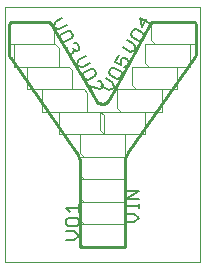
<source format=gto>
G75*
%MOIN*%
%OFA0B0*%
%FSLAX24Y24*%
%IPPOS*%
%LPD*%
%AMOC8*
5,1,8,0,0,1.08239X$1,22.5*
%
%ADD10C,0.0000*%
%ADD11C,0.0100*%
%ADD12C,0.0040*%
%ADD13C,0.0080*%
D10*
X002392Y002517D02*
X002392Y011017D01*
X008892Y011017D01*
X008892Y002517D01*
X002392Y002517D01*
D11*
X004892Y003017D02*
X004892Y005815D01*
X004776Y006182D02*
X002589Y009289D01*
X002517Y009517D02*
X002517Y010340D01*
X002516Y010340D02*
X002518Y010365D01*
X002523Y010390D01*
X002532Y010414D01*
X002544Y010436D01*
X002559Y010456D01*
X002577Y010474D01*
X002597Y010489D01*
X002619Y010501D01*
X002643Y010510D01*
X002668Y010515D01*
X002693Y010517D01*
X003790Y010517D01*
X003943Y010429D02*
X005418Y007901D01*
X005435Y007875D01*
X005456Y007852D01*
X005479Y007831D01*
X005504Y007813D01*
X005532Y007799D01*
X005561Y007788D01*
X005591Y007781D01*
X005622Y007777D01*
X005654Y007778D01*
X005684Y007782D01*
X005714Y007790D01*
X005743Y007802D01*
X005770Y007817D01*
X005795Y007836D01*
X005818Y007857D01*
X005837Y007882D01*
X005854Y007908D01*
X005853Y007908D02*
X007217Y010424D01*
X007216Y010424D02*
X007229Y010444D01*
X007244Y010463D01*
X007262Y010479D01*
X007281Y010492D01*
X007303Y010503D01*
X007325Y010511D01*
X007348Y010515D01*
X007372Y010517D01*
X008642Y010517D01*
X008662Y010515D01*
X008681Y010511D01*
X008699Y010503D01*
X008715Y010493D01*
X008730Y010480D01*
X008743Y010465D01*
X008753Y010449D01*
X008761Y010431D01*
X008765Y010412D01*
X008767Y010392D01*
X008767Y009510D01*
X008698Y009295D02*
X006508Y006182D01*
X006392Y005815D02*
X006392Y003017D01*
X004892Y003017D01*
X004891Y005815D02*
X004889Y005864D01*
X004884Y005912D01*
X004874Y005960D01*
X004861Y006007D01*
X004845Y006053D01*
X004825Y006098D01*
X004801Y006141D01*
X004775Y006182D01*
X006392Y005815D02*
X006394Y005864D01*
X006399Y005912D01*
X006409Y005960D01*
X006422Y006007D01*
X006438Y006053D01*
X006458Y006098D01*
X006482Y006141D01*
X006508Y006182D01*
X008699Y009294D02*
X008719Y009327D01*
X008736Y009361D01*
X008750Y009397D01*
X008759Y009434D01*
X008765Y009472D01*
X008767Y009510D01*
X003943Y010429D02*
X003928Y010451D01*
X003910Y010470D01*
X003889Y010486D01*
X003866Y010500D01*
X003842Y010509D01*
X003816Y010515D01*
X003790Y010517D01*
X002517Y009517D02*
X002519Y009482D01*
X002523Y009448D01*
X002531Y009414D01*
X002541Y009381D01*
X002554Y009349D01*
X002570Y009319D01*
X002589Y009290D01*
D12*
X002704Y009017D02*
X002704Y009767D01*
X004079Y009767D01*
X004204Y009642D01*
X004204Y009017D01*
X002704Y009017D01*
X003142Y009017D02*
X004517Y009017D01*
X004642Y008892D01*
X004642Y008267D01*
X003142Y008267D01*
X003142Y009017D01*
X003642Y008267D02*
X005017Y008267D01*
X005142Y008142D01*
X005142Y007517D01*
X003642Y007517D01*
X003642Y008267D01*
X004204Y007517D02*
X005579Y007517D01*
X007079Y007517D01*
X007079Y006767D01*
X005704Y006767D01*
X005579Y006892D01*
X005579Y007517D01*
X005704Y007392D01*
X005704Y006767D01*
X004204Y006767D01*
X004204Y007517D01*
X004892Y006767D02*
X006392Y006767D01*
X006392Y006017D01*
X006392Y005267D01*
X005017Y005267D01*
X004892Y005392D01*
X004892Y006017D01*
X006392Y006017D01*
X005017Y006017D01*
X004892Y006142D01*
X004892Y006767D01*
X006142Y007642D02*
X006267Y007517D01*
X007642Y007517D01*
X007642Y008267D01*
X006142Y008267D01*
X006142Y007642D01*
X006767Y008267D02*
X006642Y008392D01*
X006642Y009017D01*
X008142Y009017D01*
X008142Y008267D01*
X006767Y008267D01*
X007204Y009017D02*
X007079Y009142D01*
X007079Y009767D01*
X008579Y009767D01*
X008579Y009017D01*
X007204Y009017D01*
X007392Y009767D02*
X007267Y009892D01*
X007267Y010517D01*
X008767Y010517D01*
X008767Y009767D01*
X007392Y009767D01*
X004017Y009767D02*
X002517Y009767D01*
X002517Y010517D01*
X003892Y010517D01*
X004017Y010392D01*
X004017Y009767D01*
X004892Y005267D02*
X006392Y005267D01*
X006392Y004517D01*
X006392Y003767D01*
X006392Y003017D01*
X005017Y003017D01*
X004892Y003142D01*
X004892Y003767D01*
X006392Y003767D01*
X005017Y003767D01*
X004892Y003892D01*
X004892Y004517D01*
X006392Y004517D01*
X005017Y004517D01*
X004892Y004642D01*
X004892Y005267D01*
D13*
X004852Y004445D02*
X004852Y004165D01*
X004852Y004305D02*
X004431Y004305D01*
X004571Y004165D01*
X004501Y003985D02*
X004431Y003915D01*
X004431Y003775D01*
X004501Y003705D01*
X004782Y003705D01*
X004852Y003775D01*
X004852Y003915D01*
X004782Y003985D01*
X004501Y003985D01*
X004431Y003524D02*
X004712Y003524D01*
X004852Y003384D01*
X004712Y003244D01*
X004431Y003244D01*
X006431Y003829D02*
X006712Y003829D01*
X006852Y003969D01*
X006712Y004109D01*
X006431Y004109D01*
X006431Y004289D02*
X006431Y004429D01*
X006431Y004359D02*
X006852Y004359D01*
X006852Y004289D02*
X006852Y004429D01*
X006852Y004596D02*
X006431Y004596D01*
X006852Y004877D01*
X006431Y004877D01*
X005851Y008240D02*
X006043Y008291D01*
X005991Y008483D01*
X005749Y008623D01*
X005899Y008744D02*
X006142Y008604D01*
X006238Y008629D01*
X006308Y008751D01*
X006282Y008847D01*
X006039Y008987D01*
X005944Y008961D01*
X005874Y008840D01*
X005899Y008744D01*
X005579Y008526D02*
X005649Y008405D01*
X005624Y008309D01*
X005563Y008274D01*
X005180Y008377D01*
X005320Y008134D01*
X005608Y008380D02*
X005851Y008240D01*
X005579Y008526D02*
X005483Y008552D01*
X005393Y008708D02*
X005419Y008804D01*
X005349Y008925D01*
X005253Y008951D01*
X005010Y008810D01*
X004985Y008715D01*
X005055Y008593D01*
X005151Y008568D01*
X005393Y008708D01*
X005224Y009142D02*
X004981Y009001D01*
X004790Y009053D01*
X004841Y009244D01*
X005084Y009384D01*
X004850Y009575D02*
X004876Y009670D01*
X004806Y009792D01*
X004710Y009817D01*
X004620Y009973D02*
X004646Y010069D01*
X004576Y010190D01*
X004480Y010216D01*
X004237Y010076D01*
X004212Y009980D01*
X004282Y009859D01*
X004377Y009833D01*
X004620Y009973D01*
X004467Y009677D02*
X004442Y009581D01*
X004512Y009460D01*
X004607Y009434D01*
X004668Y009469D01*
X004694Y009565D01*
X004659Y009626D01*
X004694Y009565D02*
X004790Y009540D01*
X004850Y009575D01*
X004450Y010407D02*
X004208Y010267D01*
X004016Y010318D01*
X004068Y010510D01*
X004310Y010650D01*
X006209Y009420D02*
X006069Y009178D01*
X006251Y009073D01*
X006260Y009229D01*
X006295Y009290D01*
X006391Y009315D01*
X006512Y009245D01*
X006538Y009150D01*
X006468Y009028D01*
X006372Y009003D01*
X006568Y009516D02*
X006760Y009568D01*
X006708Y009759D01*
X006466Y009899D01*
X006616Y010020D02*
X006859Y009880D01*
X006955Y009906D01*
X007025Y010027D01*
X006999Y010123D01*
X006756Y010263D01*
X006661Y010237D01*
X006591Y010116D01*
X006616Y010020D01*
X006325Y009656D02*
X006568Y009516D01*
X006968Y010349D02*
X007108Y010592D01*
X007255Y010426D02*
X006891Y010636D01*
X006968Y010349D01*
M02*

</source>
